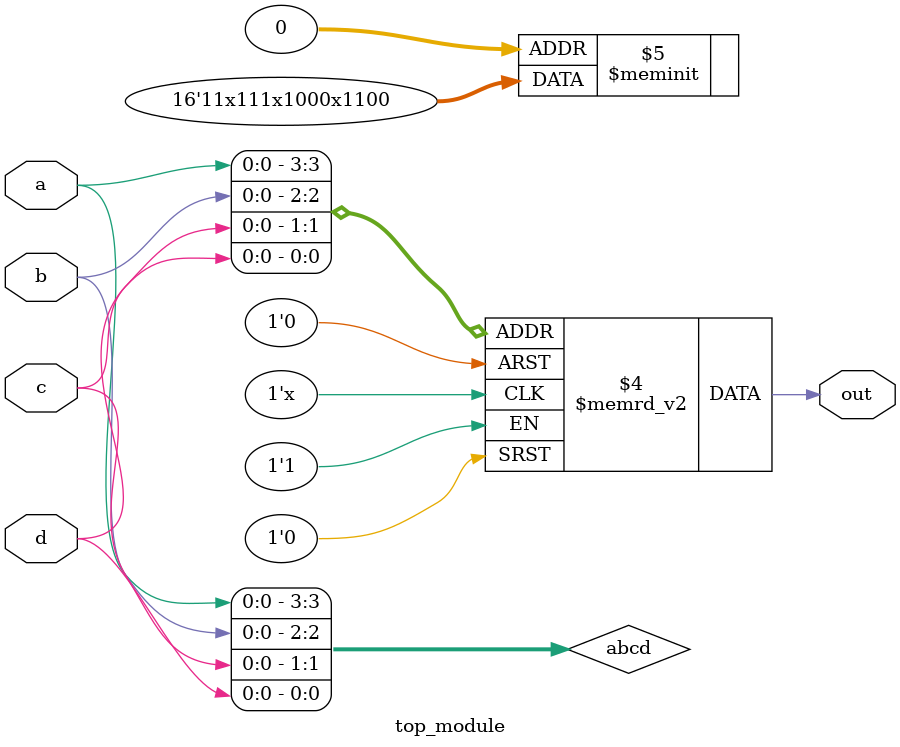
<source format=sv>
module top_module (
    input a, 
    input b,
    input c,
    input d,
    output reg out
);
    wire [3:0] abcd;
    
    assign abcd = {a, b, c, d};
    
    always @(*) begin
        case (abcd)
            4'b0000: out = 0;
            4'b0001: out = 0;
            4'b0010: out = 1;
            4'b0011: out = 1;
            4'b0100: out = 1'bx;
            4'b0101: out = 0;
            4'b0110: out = 0;
            4'b0111: out = 0;
            4'b1100: out = 1;
            4'b1101: out = 1'bx;
            4'b1111: out = 1;
            4'b1110: out = 1;
            4'b1000: out = 1;
            4'b1001: out = 1'bx;
            4'b1011: out = 1;
            4'b1010: out = 1;
            default: out = 1'bx; // default case to handle unforeseen input
        endcase
    end
endmodule

</source>
